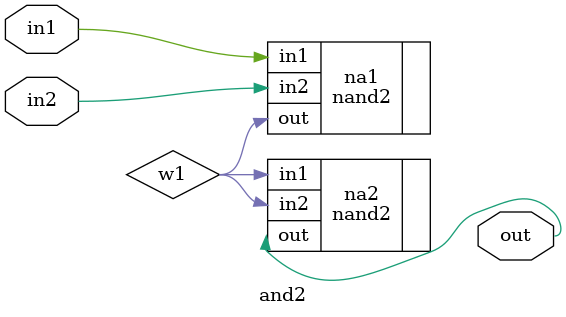
<source format=v>
module and2 (in1,in2,out);
input in1,in2;
output out;
wire w1; 

nand2 na1 (.in1(in1),.in2(in2),.out(w1));
nand2 na2 (.in1(w1),.in2(w1),.out(out));

endmodule
</source>
